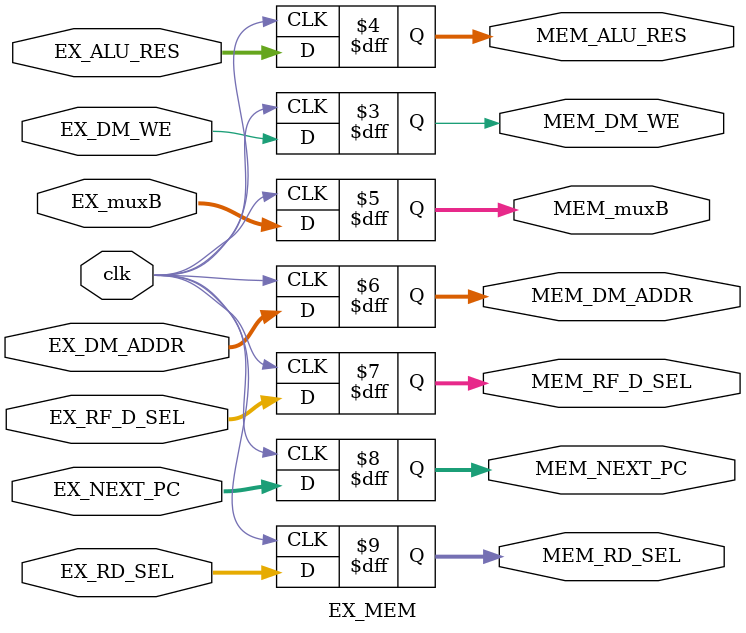
<source format=sv>
module EX_MEM(
	input logic clk,
	input logic EX_DM_WE,
	input logic [31:0]EX_ALU_RES,
	input logic [31:0]EX_muxB,
	input logic [15:0]EX_DM_ADDR,
	input logic [1:0]EX_RF_D_SEL,
	input logic [31:0]EX_NEXT_PC,
	input logic [1:0]EX_RD_SEL,
	
	output logic MEM_DM_WE,
	output logic [31:0]MEM_ALU_RES,	
	output logic [31:0]MEM_muxB,
	output logic [15:0]MEM_DM_ADDR,
	output logic [1:0]MEM_RF_D_SEL,
	output logic [31:0]MEM_NEXT_PC,
	output logic [1:0]MEM_RD_SEL
);

`define SIMULATION
`ifdef SIMULATION
initial begin
	MEM_ALU_RES = 0;
	MEM_DM_WE = 0;
	MEM_DM_ADDR = 0;
	MEM_muxB = 0;
	MEM_RF_D_SEL = 0;
	MEM_NEXT_PC = 0;
	MEM_RD_SEL = 0;
end
`endif

always @(posedge clk) begin
	MEM_DM_WE = EX_DM_WE;
	MEM_ALU_RES = EX_ALU_RES;
	MEM_muxB = EX_muxB;
	MEM_DM_ADDR = EX_DM_ADDR;
	MEM_RF_D_SEL = EX_RF_D_SEL;
	MEM_NEXT_PC = EX_NEXT_PC;
	MEM_RD_SEL = EX_RD_SEL;
end

endmodule

</source>
